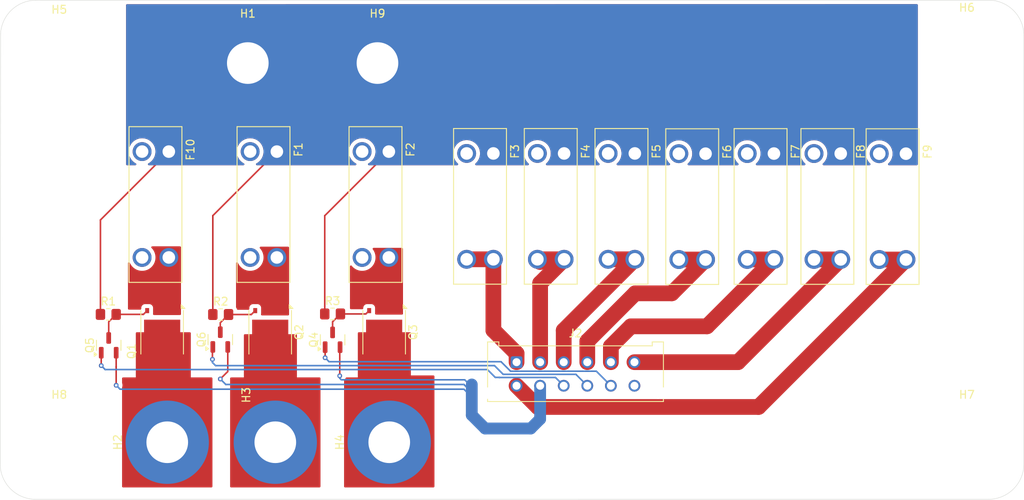
<source format=kicad_pcb>
(kicad_pcb (version 20241229) (generator "pcbnew") (generator_version "9.0")
  (layers (0 "F.Cu" signal) (2 "B.Cu" signal) (13 "F.Paste" user) (15 "B.Paste" user) (5 "F.SilkS" user "F.Silkscreen") (7 "B.SilkS" user "B.Silkscreen") (1 "F.Mask" user) (3 "B.Mask" user) (25 "Edge.Cuts" user))
  (net 0 "")
  (net 1 "HC_3")
  (net 2 "HC_2")
  (net 3 "HC_1")
  (net 4 "LC_7")
  (net 5 "LC_6")
  (net 6 "LC_5")
  (net 7 "LC_4")
  (net 8 "LC_3")
  (net 9 "LC_2")
  (net 10 "LC_1")
  (net 11 "/12V+")
  (net 12 "/S3")
  (net 13 "HC_2_pwm")
  (net 14 "/S2")
  (net 15 "/S1")
  (net 16 "HC_3_pwm")
  (net 18 "HC_1_pwm")
  (net 19 "GND")
  (net 20 "Net-(Q1-G)")
  (net 21 "Net-(Q2-G)")
  (net 22 "Net-(Q3-G)")
  (footprint "MountingHole:MountingHole_5.3mm_M5" (layer "F.Cu") (at 159 42.75)
    (property "Reference" "H6" (at 0 -6.3 0) (layer "F.SilkS"))
    (property "Value" "MountingHole")
    (pad "" np_thru_hole circle (at 0 0) (size 5.3 5.3) (drill 5.3) (layers "*.Cu" "*.Mask"))
  )
  (footprint "Library:FUSE_3557-2" (layer "F.Cu") (at 106.05 61.735 -90)
    (property "Reference" "F4" (at -6.985 -4.445 90) (layer "F.SilkS"))
    (property "Value" "3557-2")
    (fp_line (start -9.905 3.365) (end 9.905 3.365) (stroke (width 0.127)) (layer "F.SilkS"))
    (fp_line (start 9.905 3.365) (end 9.905 -3.365) (stroke (width 0.127)) (layer "F.SilkS"))
    (fp_line (start -9.905 -3.365) (end -9.905 3.365) (stroke (width 0.127)) (layer "F.SilkS"))
    (fp_line (start 9.905 -3.365) (end -9.905 -3.365) (stroke (width 0.127)) (layer "F.SilkS"))
    (pad "1_1" thru_hole circle (at -6.735 -1.7 270) (size 2.4 2.4) (drill 1.6) (layers "*.Cu" "*.Mask") (net 11 "/12V+"))
    (pad "1_2" thru_hole circle (at -6.735 1.7 270) (size 2.4 2.4) (drill 1.6) (layers "*.Cu" "*.Mask"))
    (pad "2_1" thru_hole circle (at 6.735 -1.7 270) (size 2.4 2.4) (drill 1.6) (layers "*.Cu" "*.Mask") (net 9 "LC_2"))
    (pad "2_2" thru_hole circle (at 6.735 1.7 270) (size 2.4 2.4) (drill 1.6) (layers "*.Cu" "*.Mask"))
  )
  (footprint "Connector_Molex:Molex_Micro-Fit_3.0_43045-1212_2x06_P3.00mm_Vertical" (layer "F.Cu") (at 101.7 81.56)
    (property "Reference" "J2" (at 7.5 -3.67 0) (layer "F.SilkS"))
    (property "Value" "0430451212")
    (fp_line (start -3.685 -2.58) (end -2.265 -2.58) (stroke (width 0.12)) (layer "F.SilkS"))
    (fp_line (start -3.685 3.17) (end -3.685 -2.58) (stroke (width 0.12)) (layer "F.SilkS"))
    (fp_line (start -3.685 4.71) (end -3.685 5.01) (stroke (width 0.12)) (layer "F.SilkS"))
    (fp_line (start -3.685 5.01) (end 18.685 5.01) (stroke (width 0.12)) (layer "F.SilkS"))
    (fp_line (start -2.265 -2.58) (end -2.265 -2.08) (stroke (width 0.12)) (layer "F.SilkS"))
    (fp_line (start -2.265 -2.08) (end 17.265 -2.08) (stroke (width 0.12)) (layer "F.SilkS"))
    (fp_line (start 17.265 -2.58) (end 18.685 -2.58) (stroke (width 0.12)) (layer "F.SilkS"))
    (fp_line (start 17.265 -2.08) (end 17.265 -2.58) (stroke (width 0.12)) (layer "F.SilkS"))
    (fp_line (start 18.685 -2.58) (end 18.685 3.17) (stroke (width 0.12)) (layer "F.SilkS"))
    (fp_line (start 18.685 5.01) (end 18.685 4.71) (stroke (width 0.12)) (layer "F.SilkS"))
    (pad "" np_thru_hole circle (at -3 3.94) (size 1.02 1.02) (drill 1.02) (layers "*.Cu" "*.Mask"))
    (pad "" np_thru_hole circle (at 18 3.94) (size 1.02 1.02) (drill 1.02) (layers "*.Cu" "*.Mask"))
    (pad "1" thru_hole roundrect (at 0 0) (size 1.5 1.5) (drill 1.02) (layers "*.Cu" "*.Mask") (roundrect_rratio 0.166667) (net 10 "LC_1"))
    (pad "2" thru_hole circle (at 3 0) (size 1.5 1.5) (drill 1.02) (layers "*.Cu" "*.Mask") (net 9 "LC_2"))
    (pad "3" thru_hole circle (at 6 0) (size 1.5 1.5) (drill 1.02) (layers "*.Cu" "*.Mask") (net 8 "LC_3"))
    (pad "4" thru_hole circle (at 9 0) (size 1.5 1.5) (drill 1.02) (layers "*.Cu" "*.Mask") (net 7 "LC_4"))
    (pad "5" thru_hole circle (at 12 0) (size 1.5 1.5) (drill 1.02) (layers "*.Cu" "*.Mask") (net 6 "LC_5"))
    (pad "6" thru_hole circle (at 15 0) (size 1.5 1.5) (drill 1.02) (layers "*.Cu" "*.Mask") (net 5 "LC_6"))
    (pad "7" thru_hole circle (at 0 3) (size 1.5 1.5) (drill 1.02) (layers "*.Cu" "*.Mask") (net 4 "LC_7"))
    (pad "8" thru_hole circle (at 3 3) (size 1.5 1.5) (drill 1.02) (layers "*.Cu" "*.Mask") (net 19 "GND"))
    (pad "9" thru_hole circle (at 6 3) (size 1.5 1.5) (drill 1.02) (layers "*.Cu" "*.Mask") (net 18 "HC_1_pwm"))
    (pad "10" thru_hole circle (at 9 3) (size 1.5 1.5) (drill 1.02) (layers "*.Cu" "*.Mask") (net 13 "HC_2_pwm"))
    (pad "11" thru_hole circle (at 12 3) (size 1.5 1.5) (drill 1.02) (layers "*.Cu" "*.Mask") (net 16 "HC_3_pwm"))
    (pad "12" thru_hole circle (at 15 3) (size 1.5 1.5) (drill 1.02) (layers "*.Cu" "*.Mask"))
  )
  (footprint "Library:FUSE_3557-2" (layer "F.Cu") (at 69.5 61.5 -90)
    (property "Reference" "F1" (at -6.985 -4.445 90) (layer "F.SilkS"))
    (property "Value" "3557-2")
    (fp_line (start -9.905 3.365) (end 9.905 3.365) (stroke (width 0.127)) (layer "F.SilkS"))
    (fp_line (start 9.905 3.365) (end 9.905 -3.365) (stroke (width 0.127)) (layer "F.SilkS"))
    (fp_line (start -9.905 -3.365) (end -9.905 3.365) (stroke (width 0.127)) (layer "F.SilkS"))
    (fp_line (start 9.905 -3.365) (end -9.905 -3.365) (stroke (width 0.127)) (layer "F.SilkS"))
    (pad "1_1" thru_hole circle (at -6.735 -1.7 270) (size 2.4 2.4) (drill 1.6) (layers "*.Cu" "*.Mask") (net 11 "/12V+"))
    (pad "1_2" thru_hole circle (at -6.735 1.7 270) (size 2.4 2.4) (drill 1.6) (layers "*.Cu" "*.Mask"))
    (pad "2_1" thru_hole circle (at 6.735 -1.7 270) (size 2.4 2.4) (drill 1.6) (layers "*.Cu" "*.Mask") (net 14 "/S2"))
    (pad "2_2" thru_hole circle (at 6.735 1.7 270) (size 2.4 2.4) (drill 1.6) (layers "*.Cu" "*.Mask"))
  )
  (footprint "Resistor_SMD:R_0805_2012Metric_Pad1.20x1.40mm_HandSolder" (layer "F.Cu") (at 64.05 75.495)
    (property "Reference" "R2" (at 0 -1.65 0) (layer "F.SilkS"))
    (property "Value" "10k")
    (fp_line (start -0.227064 -0.735) (end 0.227064 -0.735) (stroke (width 0.12)) (layer "F.SilkS"))
    (fp_line (start -0.227064 0.735) (end 0.227064 0.735) (stroke (width 0.12)) (layer "F.SilkS"))
    (pad "1" smd roundrect (at -1 0) (size 1.2 1.4) (layers "F.Cu" "F.Mask" "F.Paste") (roundrect_rratio 0.208333) (net 11 "/12V+"))
    (pad "2" smd roundrect (at 1 0) (size 1.2 1.4) (layers "F.Cu" "F.Mask" "F.Paste") (roundrect_rratio 0.208333) (net 21 "Net-(Q2-G)"))
  )
  (footprint "Resistor_SMD:R_0805_2012Metric_Pad1.20x1.40mm_HandSolder" (layer "F.Cu") (at 78.29 75.425)
    (property "Reference" "R3" (at 0 -1.65 0) (layer "F.SilkS"))
    (property "Value" "10k")
    (fp_line (start -0.227064 -0.735) (end 0.227064 -0.735) (stroke (width 0.12)) (layer "F.SilkS"))
    (fp_line (start -0.227064 0.735) (end 0.227064 0.735) (stroke (width 0.12)) (layer "F.SilkS"))
    (pad "1" smd roundrect (at -1 0) (size 1.2 1.4) (layers "F.Cu" "F.Mask" "F.Paste") (roundrect_rratio 0.208333) (net 11 "/12V+"))
    (pad "2" smd roundrect (at 1 0) (size 1.2 1.4) (layers "F.Cu" "F.Mask" "F.Paste") (roundrect_rratio 0.208333) (net 22 "Net-(Q3-G)"))
  )
  (footprint "Library:FUSE_3557-2" (layer "F.Cu") (at 97.05 61.735 -90)
    (property "Reference" "F3" (at -6.985 -4.445 90) (layer "F.SilkS"))
    (property "Value" "3557-2")
    (fp_line (start -9.905 3.365) (end 9.905 3.365) (stroke (width 0.127)) (layer "F.SilkS"))
    (fp_line (start 9.905 3.365) (end 9.905 -3.365) (stroke (width 0.127)) (layer "F.SilkS"))
    (fp_line (start -9.905 -3.365) (end -9.905 3.365) (stroke (width 0.127)) (layer "F.SilkS"))
    (fp_line (start 9.905 -3.365) (end -9.905 -3.365) (stroke (width 0.127)) (layer "F.SilkS"))
    (pad "1_1" thru_hole circle (at -6.735 -1.7 270) (size 2.4 2.4) (drill 1.6) (layers "*.Cu" "*.Mask") (net 11 "/12V+"))
    (pad "1_2" thru_hole circle (at -6.735 1.7 270) (size 2.4 2.4) (drill 1.6) (layers "*.Cu" "*.Mask"))
    (pad "2_1" thru_hole circle (at 6.735 -1.7 270) (size 2.4 2.4) (drill 1.6) (layers "*.Cu" "*.Mask") (net 10 "LC_1"))
    (pad "2_2" thru_hole circle (at 6.735 1.7 270) (size 2.4 2.4) (drill 1.6) (layers "*.Cu" "*.Mask"))
  )
  (footprint "MountingHole:MountingHole_5.3mm_M5" (layer "F.Cu") (at 159 92)
    (property "Reference" "H7" (at 0 -6.3 0) (layer "F.SilkS"))
    (property "Value" "MountingHole")
    (pad "" np_thru_hole circle (at 0 0) (size 5.3 5.3) (drill 5.3) (layers "*.Cu" "*.Mask"))
  )
  (footprint "Library:FUSE_3557-2" (layer "F.Cu") (at 115.05 61.735 -90)
    (property "Reference" "F5" (at -6.985 -4.445 90) (layer "F.SilkS"))
    (property "Value" "3557-2")
    (fp_line (start -9.905 3.365) (end 9.905 3.365) (stroke (width 0.127)) (layer "F.SilkS"))
    (fp_line (start 9.905 3.365) (end 9.905 -3.365) (stroke (width 0.127)) (layer "F.SilkS"))
    (fp_line (start -9.905 -3.365) (end -9.905 3.365) (stroke (width 0.127)) (layer "F.SilkS"))
    (fp_line (start 9.905 -3.365) (end -9.905 -3.365) (stroke (width 0.127)) (layer "F.SilkS"))
    (pad "1_1" thru_hole circle (at -6.735 -1.7 270) (size 2.4 2.4) (drill 1.6) (layers "*.Cu" "*.Mask") (net 11 "/12V+"))
    (pad "1_2" thru_hole circle (at -6.735 1.7 270) (size 2.4 2.4) (drill 1.6) (layers "*.Cu" "*.Mask"))
    (pad "2_1" thru_hole circle (at 6.735 -1.7 270) (size 2.4 2.4) (drill 1.6) (layers "*.Cu" "*.Mask") (net 8 "LC_3"))
    (pad "2_2" thru_hole circle (at 6.735 1.7 270) (size 2.4 2.4) (drill 1.6) (layers "*.Cu" "*.Mask"))
  )
  (footprint "MountingHole:MountingHole_5.3mm_M5" (layer "F.Cu") (at 43.5 92)
    (property "Reference" "H8" (at 0 -6.3 0) (layer "F.SilkS"))
    (property "Value" "MountingHole")
    (pad "" np_thru_hole circle (at 0 0) (size 5.3 5.3) (drill 5.3) (layers "*.Cu" "*.Mask"))
  )
  (footprint "MountingHole:MountingHole_5.3mm_M5" (layer "F.Cu") (at 43.5 43)
    (property "Reference" "H5" (at 0 -6.3 0) (layer "F.SilkS"))
    (property "Value" "MountingHole")
    (pad "" np_thru_hole circle (at 0 0) (size 5.3 5.3) (drill 5.3) (layers "*.Cu" "*.Mask"))
  )
  (footprint "MountingHole:MountingHole_5.3mm_M5_Pad" (layer "F.Cu") (at 85.5 91.75 90)
    (property "Reference" "H4" (at 0 -6.3 90) (layer "F.SilkS"))
    (property "Value" "MountingHole_Pad")
    (pad "1" thru_hole circle (at 0 0 90) (size 10.6 10.6) (drill 5.3) (layers "*.Cu" "*.Mask") (net 1 "HC_3"))
  )
  (footprint "Library:FUSE_3557-2" (layer "F.Cu") (at 141.25 61.75 -90)
    (property "Reference" "F8" (at -6.985 -4.25 90) (layer "F.SilkS"))
    (property "Value" "3557-2")
    (fp_line (start -9.905 3.365) (end 9.905 3.365) (stroke (width 0.127)) (layer "F.SilkS"))
    (fp_line (start 9.905 3.365) (end 9.905 -3.365) (stroke (width 0.127)) (layer "F.SilkS"))
    (fp_line (start -9.905 -3.365) (end -9.905 3.365) (stroke (width 0.127)) (layer "F.SilkS"))
    (fp_line (start 9.905 -3.365) (end -9.905 -3.365) (stroke (width 0.127)) (layer "F.SilkS"))
    (pad "1_1" thru_hole circle (at -6.735 -1.7 270) (size 2.4 2.4) (drill 1.6) (layers "*.Cu" "*.Mask") (net 11 "/12V+"))
    (pad "1_2" thru_hole circle (at -6.735 1.7 270) (size 2.4 2.4) (drill 1.6) (layers "*.Cu" "*.Mask"))
    (pad "2_1" thru_hole circle (at 6.735 -1.7 270) (size 2.4 2.4) (drill 1.6) (layers "*.Cu" "*.Mask") (net 5 "LC_6"))
    (pad "2_2" thru_hole circle (at 6.735 1.7 270) (size 2.4 2.4) (drill 1.6) (layers "*.Cu" "*.Mask"))
  )
  (footprint "MountingHole:MountingHole_5.3mm_M5_Pad" (layer "F.Cu") (at 57.25 91.75 90)
    (property "Reference" "H2" (at 0 -6.3 90) (layer "F.SilkS"))
    (property "Value" "MountingHole_Pad")
    (pad "1" thru_hole circle (at 0 0 90) (size 10.6 10.6) (drill 5.3) (layers "*.Cu" "*.Mask") (net 3 "HC_1"))
  )
  (footprint "Library:FUSE_3557-2" (layer "F.Cu") (at 124.05 61.765 -90)
    (property "Reference" "F6" (at -6.985 -4.445 90) (layer "F.SilkS"))
    (property "Value" "3557-2")
    (fp_line (start -9.905 3.365) (end 9.905 3.365) (stroke (width 0.127)) (layer "F.SilkS"))
    (fp_line (start 9.905 3.365) (end 9.905 -3.365) (stroke (width 0.127)) (layer "F.SilkS"))
    (fp_line (start -9.905 -3.365) (end -9.905 3.365) (stroke (width 0.127)) (layer "F.SilkS"))
    (fp_line (start 9.905 -3.365) (end -9.905 -3.365) (stroke (width 0.127)) (layer "F.SilkS"))
    (pad "1_1" thru_hole circle (at -6.735 -1.7 270) (size 2.4 2.4) (drill 1.6) (layers "*.Cu" "*.Mask") (net 11 "/12V+"))
    (pad "1_2" thru_hole circle (at -6.735 1.7 270) (size 2.4 2.4) (drill 1.6) (layers "*.Cu" "*.Mask"))
    (pad "2_1" thru_hole circle (at 6.735 -1.7 270) (size 2.4 2.4) (drill 1.6) (layers "*.Cu" "*.Mask") (net 7 "LC_4"))
    (pad "2_2" thru_hole circle (at 6.735 1.7 270) (size 2.4 2.4) (drill 1.6) (layers "*.Cu" "*.Mask"))
  )
  (footprint "Library:FUSE_3557-2" (layer "F.Cu") (at 149.55 61.765 -90)
    (property "Reference" "F9" (at -6.985 -4.445 90) (layer "F.SilkS"))
    (property "Value" "3557-2")
    (fp_line (start -9.905 3.365) (end 9.905 3.365) (stroke (width 0.127)) (layer "F.SilkS"))
    (fp_line (start 9.905 3.365) (end 9.905 -3.365) (stroke (width 0.127)) (layer "F.SilkS"))
    (fp_line (start -9.905 -3.365) (end -9.905 3.365) (stroke (width 0.127)) (layer "F.SilkS"))
    (fp_line (start 9.905 -3.365) (end -9.905 -3.365) (stroke (width 0.127)) (layer "F.SilkS"))
    (pad "1_1" thru_hole circle (at -6.735 -1.7 270) (size 2.4 2.4) (drill 1.6) (layers "*.Cu" "*.Mask") (net 11 "/12V+"))
    (pad "1_2" thru_hole circle (at -6.735 1.7 270) (size 2.4 2.4) (drill 1.6) (layers "*.Cu" "*.Mask"))
    (pad "2_1" thru_hole circle (at 6.735 -1.7 270) (size 2.4 2.4) (drill 1.6) (layers "*.Cu" "*.Mask") (net 4 "LC_7"))
    (pad "2_2" thru_hole circle (at 6.735 1.7 270) (size 2.4 2.4) (drill 1.6) (layers "*.Cu" "*.Mask"))
  )
  (footprint "Resistor_SMD:R_0805_2012Metric_Pad1.20x1.40mm_HandSolder" (layer "F.Cu") (at 49.75 75.48)
    (property "Reference" "R1" (at 0 -1.65 0) (layer "F.SilkS"))
    (property "Value" "10k")
    (fp_line (start -0.227064 -0.735) (end 0.227064 -0.735) (stroke (width 0.12)) (layer "F.SilkS"))
    (fp_line (start -0.227064 0.735) (end 0.227064 0.735) (stroke (width 0.12)) (layer "F.SilkS"))
    (pad "1" smd roundrect (at -1 0) (size 1.2 1.4) (layers "F.Cu" "F.Mask" "F.Paste") (roundrect_rratio 0.208333) (net 11 "/12V+"))
    (pad "2" smd roundrect (at 1 0) (size 1.2 1.4) (layers "F.Cu" "F.Mask" "F.Paste") (roundrect_rratio 0.208333) (net 20 "Net-(Q1-G)"))
  )
  (footprint "Package_DFN_QFN:AO_DFN-8-1EP_5.55x5.2mm_P1.27mm_EP4.12x4.6mm" (layer "F.Cu") (at 70.35 77.75 -90)
    (property "Reference" "Q2" (at 0 -3.68 90) (layer "F.SilkS"))
    (property "Value" "AON6411")
    (fp_line (start -2.775 2.71) (end 2.775 2.71) (stroke (width 0.12)) (layer "F.SilkS"))
    (fp_line (start -2.775 -2.71) (end 2.775 -2.71) (stroke (width 0.12)) (layer "F.SilkS"))
    (fp_poly (pts (xy -3.02 -2.42) (xy -3.5 -2.42) (xy -3.02 -2.9) (xy -3.02 -2.42)) (stroke (width 0.12)) (fill yes) (layer "F.SilkS"))
    (pad "1" smd rect (at -2.75 -1.905 180) (size 0.5 0.65) (layers "F.Cu" "F.Mask" "F.Paste") (net 14 "/S2"))
    (pad "2" smd rect (at -2.75 -0.635 180) (size 0.5 0.65) (layers "F.Cu" "F.Mask" "F.Paste") (net 14 "/S2"))
    (pad "3" smd rect (at -2.75 0.635 180) (size 0.5 0.65) (layers "F.Cu" "F.Mask" "F.Paste") (net 14 "/S2"))
    (pad "4" smd rect (at -2.75 1.905 180) (size 0.5 0.65) (layers "F.Cu" "F.Mask" "F.Paste") (net 21 "Net-(Q2-G)"))
    (pad "5" smd rect (at 0.465 0 180) (size 4.6 4.12) (layers "F.Cu" "F.Mask") (net 2 "HC_2"))
    (pad "5" smd rect (at 2.8 -1.905 180) (size 0.5 0.55) (layers "F.Cu" "F.Mask" "F.Paste") (net 2 "HC_2"))
    (pad "5" smd rect (at 2.8 -0.635 180) (size 0.5 0.55) (layers "F.Cu" "F.Mask" "F.Paste") (net 2 "HC_2"))
    (pad "5" smd rect (at 2.8 0.635 180) (size 0.5 0.55) (layers "F.Cu" "F.Mask" "F.Paste") (net 2 "HC_2"))
    (pad "5" smd rect (at 2.8 1.905 180) (size 0.5 0.55) (layers "F.Cu" "F.Mask" "F.Paste") (net 2 "HC_2"))
  )
  (footprint "MountingHole:MountingHole_5.3mm_M5_Pad" (layer "F.Cu") (at 84 43.5)
    (property "Reference" "H9" (at 0 -6.3 0) (layer "F.SilkS"))
    (property "Value" "MountingHole_Pad")
    (pad "1" thru_hole circle (at 0 0) (size 10.6 10.6) (drill 5.3) (layers "*.Cu" "*.Mask") (net 11 "/12V+"))
  )
  (footprint "Package_DFN_QFN:AO_DFN-8-1EP_5.55x5.2mm_P1.27mm_EP4.12x4.6mm" (layer "F.Cu") (at 84.85 77.75 -90)
    (property "Reference" "Q3" (at 0 -3.68 90) (layer "F.SilkS"))
    (property "Value" "AON6411")
    (fp_line (start -2.775 2.71) (end 2.775 2.71) (stroke (width 0.12)) (layer "F.SilkS"))
    (fp_line (start -2.775 -2.71) (end 2.775 -2.71) (stroke (width 0.12)) (layer "F.SilkS"))
    (fp_poly (pts (xy -3.02 -2.42) (xy -3.5 -2.42) (xy -3.02 -2.9) (xy -3.02 -2.42)) (stroke (width 0.12)) (fill yes) (layer "F.SilkS"))
    (pad "1" smd rect (at -2.75 -1.905 180) (size 0.5 0.65) (layers "F.Cu" "F.Mask" "F.Paste") (net 12 "/S3"))
    (pad "2" smd rect (at -2.75 -0.635 180) (size 0.5 0.65) (layers "F.Cu" "F.Mask" "F.Paste") (net 12 "/S3"))
    (pad "3" smd rect (at -2.75 0.635 180) (size 0.5 0.65) (layers "F.Cu" "F.Mask" "F.Paste") (net 12 "/S3"))
    (pad "4" smd rect (at -2.75 1.905 180) (size 0.5 0.65) (layers "F.Cu" "F.Mask" "F.Paste") (net 22 "Net-(Q3-G)"))
    (pad "5" smd rect (at 0.465 0 180) (size 4.6 4.12) (layers "F.Cu" "F.Mask") (net 1 "HC_3"))
    (pad "5" smd rect (at 2.8 -1.905 180) (size 0.5 0.55) (layers "F.Cu" "F.Mask" "F.Paste") (net 1 "HC_3"))
    (pad "5" smd rect (at 2.8 -0.635 180) (size 0.5 0.55) (layers "F.Cu" "F.Mask" "F.Paste") (net 1 "HC_3"))
    (pad "5" smd rect (at 2.8 0.635 180) (size 0.5 0.55) (layers "F.Cu" "F.Mask" "F.Paste") (net 1 "HC_3"))
    (pad "5" smd rect (at 2.8 1.905 180) (size 0.5 0.55) (layers "F.Cu" "F.Mask" "F.Paste") (net 1 "HC_3"))
  )
  (footprint "MountingHole:MountingHole_5.3mm_M5_Pad" (layer "F.Cu") (at 67.5 43.5)
    (property "Reference" "H1" (at 0 -6.3 0) (layer "F.SilkS"))
    (property "Value" "MountingHole_Pad")
    (pad "1" thru_hole circle (at 0 0) (size 10.6 10.6) (drill 5.3) (layers "*.Cu" "*.Mask") (net 11 "/12V+"))
  )
  (footprint "Package_DFN_QFN:AO_DFN-8-1EP_5.55x5.2mm_P1.27mm_EP4.12x4.6mm" (layer "F.Cu") (at 56.6 77.75 -90)
    (property "Reference" "Q1" (at 2.42 3.88 270) (layer "F.SilkS"))
    (property "Value" "AON6411")
    (fp_line (start -2.775 2.71) (end 2.775 2.71) (stroke (width 0.12)) (layer "F.SilkS"))
    (fp_line (start -2.775 -2.71) (end 2.775 -2.71) (stroke (width 0.12)) (layer "F.SilkS"))
    (fp_poly (pts (xy -3.02 -2.42) (xy -3.5 -2.42) (xy -3.02 -2.9) (xy -3.02 -2.42)) (stroke (width 0.12)) (fill yes) (layer "F.SilkS"))
    (pad "1" smd rect (at -2.75 -1.905 180) (size 0.5 0.65) (layers "F.Cu" "F.Mask" "F.Paste") (net 15 "/S1"))
    (pad "2" smd rect (at -2.75 -0.635 180) (size 0.5 0.65) (layers "F.Cu" "F.Mask" "F.Paste") (net 15 "/S1"))
    (pad "3" smd rect (at -2.75 0.635 180) (size 0.5 0.65) (layers "F.Cu" "F.Mask" "F.Paste") (net 15 "/S1"))
    (pad "4" smd rect (at -2.75 1.905 180) (size 0.5 0.65) (layers "F.Cu" "F.Mask" "F.Paste") (net 20 "Net-(Q1-G)"))
    (pad "5" smd rect (at 0.465 0 180) (size 4.6 4.12) (layers "F.Cu" "F.Mask") (net 3 "HC_1"))
    (pad "5" smd rect (at 2.8 -1.905 180) (size 0.5 0.55) (layers "F.Cu" "F.Mask" "F.Paste") (net 3 "HC_1"))
    (pad "5" smd rect (at 2.8 -0.635 180) (size 0.5 0.55) (layers "F.Cu" "F.Mask" "F.Paste") (net 3 "HC_1"))
    (pad "5" smd rect (at 2.8 0.635 180) (size 0.5 0.55) (layers "F.Cu" "F.Mask" "F.Paste") (net 3 "HC_1"))
    (pad "5" smd rect (at 2.8 1.905 180) (size 0.5 0.55) (layers "F.Cu" "F.Mask" "F.Paste") (net 3 "HC_1"))
  )
  (footprint "MountingHole:MountingHole_5.3mm_M5_Pad" (layer "F.Cu") (at 71 91.75 90)
    (property "Reference" "H3" (at 6 -3.7 90) (layer "F.SilkS"))
    (property "Value" "MountingHole_Pad")
    (pad "1" thru_hole circle (at 0 0 90) (size 10.6 10.6) (drill 5.3) (layers "*.Cu" "*.Mask") (net 2 "HC_2"))
  )
  (footprint "Library:FUSE_3557-2" (layer "F.Cu") (at 83.75 61.5 -90)
    (property "Reference" "F2" (at -6.985 -4.445 90) (layer "F.SilkS"))
    (property "Value" "3557-2")
    (fp_line (start -9.905 3.365) (end 9.905 3.365) (stroke (width 0.127)) (layer "F.SilkS"))
    (fp_line (start 9.905 3.365) (end 9.905 -3.365) (stroke (width 0.127)) (layer "F.SilkS"))
    (fp_line (start -9.905 -3.365) (end -9.905 3.365) (stroke (width 0.127)) (layer "F.SilkS"))
    (fp_line (start 9.905 -3.365) (end -9.905 -3.365) (stroke (width 0.127)) (layer "F.SilkS"))
    (pad "1_1" thru_hole circle (at -6.735 -1.7 270) (size 2.4 2.4) (drill 1.6) (layers "*.Cu" "*.Mask") (net 11 "/12V+"))
    (pad "1_2" thru_hole circle (at -6.735 1.7 270) (size 2.4 2.4) (drill 1.6) (layers "*.Cu" "*.Mask"))
    (pad "2_1" thru_hole circle (at 6.735 -1.7 270) (size 2.4 2.4) (drill 1.6) (layers "*.Cu" "*.Mask") (net 12 "/S3"))
    (pad "2_2" thru_hole circle (at 6.735 1.7 270) (size 2.4 2.4) (drill 1.6) (layers "*.Cu" "*.Mask"))
  )
  (footprint "Package_TO_SOT_SMD:SOT-23" (layer "F.Cu") (at 64 78.6825 90)
    (property "Reference" "Q6" (at 0 -2.4 90) (layer "F.SilkS"))
    (property "Value" "DMN2056U")
    (fp_line (start 0 -1.56) (end 0.65 -1.56) (stroke (width 0.12)) (layer "F.SilkS"))
    (fp_line (start 0 -1.56) (end -0.65 -1.56) (stroke (width 0.12)) (layer "F.SilkS"))
    (fp_line (start 0 1.56) (end 0.65 1.56) (stroke (width 0.12)) (layer "F.SilkS"))
    (fp_line (start 0 1.56) (end -0.65 1.56) (stroke (width 0.12)) (layer "F.SilkS"))
    (fp_poly (pts (xy -1.1625 -1.51) (xy -1.4025 -1.84) (xy -0.9225 -1.84) (xy -1.1625 -1.51)) (stroke (width 0.12)) (fill yes) (layer "F.SilkS"))
    (pad "1" smd roundrect (at -0.9375 -0.95 90) (size 1.475 0.6) (layers "F.Cu" "F.Mask" "F.Paste") (net 13 "HC_2_pwm"))
    (pad "2" smd roundrect (at -0.9375 0.95 90) (size 1.475 0.6) (layers "F.Cu" "F.Mask" "F.Paste") (net 19 "GND"))
    (pad "3" smd roundrect (at 0.9375 0 90) (size 1.475 0.6) (layers "F.Cu" "F.Mask" "F.Paste") (net 21 "Net-(Q2-G)"))
  )
  (footprint "Library:FUSE_3557-2" (layer "F.Cu") (at 55.75 61.5 -90)
    (property "Reference" "F10" (at -6.985 -4.445 90) (layer "F.SilkS"))
    (property "Value" "3557-2")
    (fp_line (start -9.905 3.365) (end 9.905 3.365) (stroke (width 0.127)) (layer "F.SilkS"))
    (fp_line (start 9.905 3.365) (end 9.905 -3.365) (stroke (width 0.127)) (layer "F.SilkS"))
    (fp_line (start -9.905 -3.365) (end -9.905 3.365) (stroke (width 0.127)) (layer "F.SilkS"))
    (fp_line (start 9.905 -3.365) (end -9.905 -3.365) (stroke (width 0.127)) (layer "F.SilkS"))
    (pad "1_1" thru_hole circle (at -6.735 -1.7 270) (size 2.4 2.4) (drill 1.6) (layers "*.Cu" "*.Mask") (net 11 "/12V+"))
    (pad "1_2" thru_hole circle (at -6.735 1.7 270) (size 2.4 2.4) (drill 1.6) (layers "*.Cu" "*.Mask"))
    (pad "2_1" thru_hole circle (at 6.735 -1.7 270) (size 2.4 2.4) (drill 1.6) (layers "*.Cu" "*.Mask") (net 15 "/S1"))
    (pad "2_2" thru_hole circle (at 6.735 1.7 270) (size 2.4 2.4) (drill 1.6) (layers "*.Cu" "*.Mask"))
  )
  (footprint "Package_TO_SOT_SMD:SOT-23" (layer "F.Cu") (at 49.8 79.4175 90)
    (property "Reference" "Q5" (at 0 -2.4 90) (layer "F.SilkS"))
    (property "Value" "DMN2056U")
    (fp_line (start 0 -1.56) (end 0.65 -1.56) (stroke (width 0.12)) (layer "F.SilkS"))
    (fp_line (start 0 -1.56) (end -0.65 -1.56) (stroke (width 0.12)) (layer "F.SilkS"))
    (fp_line (start 0 1.56) (end 0.65 1.56) (stroke (width 0.12)) (layer "F.SilkS"))
    (fp_line (start 0 1.56) (end -0.65 1.56) (stroke (width 0.12)) (layer "F.SilkS"))
    (fp_poly (pts (xy -1.1625 -1.51) (xy -1.4025 -1.84) (xy -0.9225 -1.84) (xy -1.1625 -1.51)) (stroke (width 0.12)) (fill yes) (layer "F.SilkS"))
    (pad "1" smd roundrect (at -0.9375 -0.95 90) (size 1.475 0.6) (layers "F.Cu" "F.Mask" "F.Paste") (net 18 "HC_1_pwm"))
    (pad "2" smd roundrect (at -0.9375 0.95 90) (size 1.475 0.6) (layers "F.Cu" "F.Mask" "F.Paste") (net 19 "GND"))
    (pad "3" smd roundrect (at 0.9375 0 90) (size 1.475 0.6) (layers "F.Cu" "F.Mask" "F.Paste") (net 20 "Net-(Q1-G)"))
  )
  (footprint "Library:FUSE_3557-2" (layer "F.Cu") (at 132.75 61.75 -90)
    (property "Reference" "F7" (at -6.985 -4.445 90) (layer "F.SilkS"))
    (property "Value" "3557-2")
    (fp_line (start -9.905 3.365) (end 9.905 3.365) (stroke (width 0.127)) (layer "F.SilkS"))
    (fp_line (start 9.905 3.365) (end 9.905 -3.365) (stroke (width 0.127)) (layer "F.SilkS"))
    (fp_line (start -9.905 -3.365) (end -9.905 3.365) (stroke (width 0.127)) (layer "F.SilkS"))
    (fp_line (start 9.905 -3.365) (end -9.905 -3.365) (stroke (width 0.127)) (layer "F.SilkS"))
    (pad "1_1" thru_hole circle (at -6.735 -1.7 270) (size 2.4 2.4) (drill 1.6) (layers "*.Cu" "*.Mask") (net 11 "/12V+"))
    (pad "1_2" thru_hole circle (at -6.735 1.7 270) (size 2.4 2.4) (drill 1.6) (layers "*.Cu" "*.Mask"))
    (pad "2_1" thru_hole circle (at 6.735 -1.7 270) (size 2.4 2.4) (drill 1.6) (layers "*.Cu" "*.Mask") (net 6 "LC_5"))
    (pad "2_2" thru_hole circle (at 6.735 1.7 270) (size 2.4 2.4) (drill 1.6) (layers "*.Cu" "*.Mask"))
  )
  (footprint "Package_TO_SOT_SMD:SOT-23" (layer "F.Cu") (at 78.29 78.7125 90)
    (property "Reference" "Q4" (at 0 -2.4 90) (layer "F.SilkS"))
    (property "Value" "DMN2056U")
    (fp_line (start 0 -1.56) (end 0.65 -1.56) (stroke (width 0.12)) (layer "F.SilkS"))
    (fp_line (start 0 -1.56) (end -0.65 -1.56) (stroke (width 0.12)) (layer "F.SilkS"))
    (fp_line (start 0 1.56) (end 0.65 1.56) (stroke (width 0.12)) (layer "F.SilkS"))
    (fp_line (start 0 1.56) (end -0.65 1.56) (stroke (width 0.12)) (layer "F.SilkS"))
    (fp_poly (pts (xy -1.1625 -1.51) (xy -1.4025 -1.84) (xy -0.9225 -1.84) (xy -1.1625 -1.51)) (stroke (width 0.12)) (fill yes) (layer "F.SilkS"))
    (pad "1" smd roundrect (at -0.9375 -0.95 90) (size 1.475 0.6) (layers "F.Cu" "F.Mask" "F.Paste") (net 16 "HC_3_pwm"))
    (pad "2" smd roundrect (at -0.9375 0.95 90) (size 1.475 0.6) (layers "F.Cu" "F.Mask" "F.Paste") (net 19 "GND"))
    (pad "3" smd roundrect (at 0.9375 0 90) (size 1.475 0.6) (layers "F.Cu" "F.Mask" "F.Paste") (net 22 "Net-(Q3-G)"))
  )
  (gr_line (start 166.256939 40) (end 166.25 94.75) (stroke (width 0.05)) (layer "Edge.Cuts"))
  (gr_arc (start 166.25 94.75) (mid 164.847238 97.774083) (end 161.75 99.006939) (stroke (width 0.05)) (layer "Edge.Cuts"))
  (gr_arc (start 40.25 99) (mid 37.225917 97.597238) (end 35.993061 94.5) (stroke (width 0.05)) (layer "Edge.Cuts"))
  (gr_arc (start 162 35.5) (mid 165.024083 36.902762) (end 166.256939 40) (stroke (width 0.05)) (layer "Edge.Cuts"))
  (gr_arc (start 36.043061 39.765) (mid 37.44582 36.740903) (end 40.543061 35.508061) (stroke (width 0.05)) (layer "Edge.Cuts"))
  (gr_line (start 40.55 35.515) (end 162 35.5) (stroke (width 0.05)) (layer "Edge.Cuts"))
  (gr_line (start 40.25 99) (end 161.75 99.006939) (stroke (width 0.05)) (layer "Edge.Cuts"))
  (gr_line (start 36.043061 39.765) (end 35.993061 94.5) (stroke (width 0.05)) (layer "Edge.Cuts"))
  (segment (start 132.49 87.26) (end 151.25 68.5) (width 2) (layer "F.Cu") (net 4))
  (segment (start 101.7 84.56) (end 104.4 87.26) (width 2) (layer "F.Cu") (net 4))
  (segment (start 147.85 68.5) (end 151.25 68.5) (width 2) (layer "F.Cu") (net 4))
  (segment (start 104.4 87.26) (end 132.49 87.26) (width 2) (layer "F.Cu") (net 4))
  (segment (start 116.7 81.56) (end 129.875 81.56) (width 2) (layer "F.Cu") (net 5))
  (segment (start 139.55 68.485) (end 142.95 68.485) (width 2) (layer "F.Cu") (net 5))
  (segment (start 129.875 81.56) (end 142.95 68.485) (width 2) (layer "F.Cu") (net 5))
  (segment (start 113.7 79.55) (end 116.25 77) (width 2) (layer "F.Cu") (net 6))
  (segment (start 131.05 68.485) (end 134.45 68.485) (width 2) (layer "F.Cu") (net 6))
  (segment (start 116.25 77) (end 125.935 77) (width 2) (layer "F.Cu") (net 6))
  (segment (start 125.935 77) (end 134.45 68.485) (width 2) (layer "F.Cu") (net 6))
  (segment (start 113.7 81.56) (end 113.7 79.55) (width 2) (layer "F.Cu") (net 6))
  (segment (start 110.7 78.9) (end 116.8 72.8) (width 2) (layer "F.Cu") (net 7))
  (segment (start 116.8 72.8) (end 121.45 72.8) (width 2) (layer "F.Cu") (net 7))
  (segment (start 110.7 81.56) (end 110.7 78.9) (width 2) (layer "F.Cu") (net 7))
  (segment (start 122.4 68.5) (end 125.8 68.5) (width 2) (layer "F.Cu") (net 7))
  (segment (start 121.45 72.8) (end 125.75 68.5) (width 2) (layer "F.Cu") (net 7))
  (segment (start 113.35 68.47) (end 116.75 68.47) (width 2) (layer "F.Cu") (net 8))
  (segment (start 107.7 77.52) (end 107.7 81.56) (width 2) (layer "F.Cu") (net 8))
  (segment (start 116.75 68.47) (end 107.7 77.52) (width 2) (layer "F.Cu") (net 8))
  (segment (start 104.7 68.82) (end 104.35 68.47) (width 2) (layer "F.Cu") (net 9))
  (segment (start 104.7 71.52) (end 107.75 68.47) (width 2) (layer "F.Cu") (net 9))
  (segment (start 104.35 68.47) (end 107.75 68.47) (width 2) (layer "F.Cu") (net 9))
  (segment (start 104.7 81.56) (end 104.7 71.52) (width 2) (layer "F.Cu") (net 9))
  (segment (start 101.7 80.45) (end 98.75 77.5) (width 2) (layer "F.Cu") (net 10))
  (segment (start 95.35 68.47) (end 98.75 68.47) (width 2) (layer "F.Cu") (net 10))
  (segment (start 101.7 81.56) (end 101.7 80.45) (width 2) (layer "F.Cu") (net 10))
  (segment (start 98.75 77.5) (end 98.75 68.47) (width 2) (layer "F.Cu") (net 10))
  (segment (start 77.29 75.425) (end 77.3 75.415) (width 0.2) (layer "F.Cu") (net 11))
  (segment (start 63.05 62.915) (end 71.2 54.765) (width 0.2) (layer "F.Cu") (net 11))
  (segment (start 77.29 62.925) (end 85.45 54.765) (width 0.2) (layer "F.Cu") (net 11))
  (segment (start 48.75 63.465) (end 57.45 54.765) (width 0.2) (layer "F.Cu") (net 11))
  (segment (start 48.75 75.48) (end 48.75 63.465) (width 0.2) (layer "F.Cu") (net 11))
  (segment (start 63.05 75.495) (end 63.05 62.915) (width 0.2) (layer "F.Cu") (net 11))
  (segment (start 77.29 75.425) (end 77.29 62.925) (width 0.2) (layer "F.Cu") (net 11))
  (segment (start 63 81.2) (end 63 79.67) (width 0.2) (layer "F.Cu") (net 13))
  (segment (start 63 79.67) (end 63.05 79.62) (width 0.2) (layer "F.Cu") (net 13))
  (via (at 63 81.2) (size 0.6) (drill 0.3) (layers "F.Cu" "B.Cu") (net 13))
  (segment (start 100 83.11) (end 109.25 83.11) (width 0.2) (layer "B.Cu") (net 13))
  (segment (start 109.25 83.11) (end 110.7 84.56) (width 0.2) (layer "B.Cu") (net 13))
  (segment (start 63 81.6) (end 63.4 82) (width 0.2) (layer "B.Cu") (net 13))
  (segment (start 63 81.2) (end 63 81.6) (width 0.2) (layer "B.Cu") (net 13))
  (segment (start 63.4 82) (end 98.89 82) (width 0.2) (layer "B.Cu") (net 13))
  (segment (start 98.89 82) (end 100 83.11) (width 0.2) (layer "B.Cu") (net 13))
  (segment (start 77.34 81) (end 77.34 79.65) (width 0.2) (layer "F.Cu") (net 16))
  (via (at 77.34 81) (size 0.6) (drill 0.3) (layers "F.Cu" "B.Cu") (net 16))
  (segment (start 77.84 81.5) (end 99.723703 81.5) (width 0.2) (layer "B.Cu") (net 16))
  (segment (start 111.85 82.71) (end 113.7 84.56) (width 0.2) (layer "B.Cu") (net 16))
  (segment (start 100.933703 82.71) (end 111.85 82.71) (width 0.2) (layer "B.Cu") (net 16))
  (segment (start 77.34 81) (end 77.84 81.5) (width 0.2) (layer "B.Cu") (net 16))
  (segment (start 99.723703 81.5) (end 100.933703 82.71) (width 0.2) (layer "B.Cu") (net 16))
  (segment (start 49 80.505) (end 48.85 80.355) (width 0.2) (layer "F.Cu") (net 18))
  (segment (start 48.85 82) (end 48.85 80.355) (width 0.2) (layer "F.Cu") (net 18))
  (via (at 48.85 82) (size 0.6) (drill 0.3) (layers "F.Cu" "B.Cu") (net 18))
  (segment (start 99.51 83.51) (end 106.65 83.51) (width 0.2) (layer "B.Cu") (net 18))
  (segment (start 49.35 82.5) (end 97.99 82.5) (width 0.2) (layer "B.Cu") (net 18))
  (segment (start 106.65 83.51) (end 107.7 84.56) (width 0.2) (layer "B.Cu") (net 18))
  (segment (start 48.85 82) (end 49.35 82.5) (width 0.2) (layer "B.Cu") (net 18))
  (segment (start 97.99 82.5) (end 98.99 83.5) (width 0.2) (layer "B.Cu") (net 18))
  (segment (start 99.5 83.5) (end 99.51 83.51) (width 0.2) (layer "B.Cu") (net 18))
  (segment (start 98.99 83.5) (end 99.5 83.5) (width 0.2) (layer "B.Cu") (net 18))
  (segment (start 50.75 82.2) (end 50.75 82.105) (width 0.2) (layer "F.Cu") (net 19))
  (segment (start 64 83.7) (end 64.8 82.9) (width 0.2) (layer "F.Cu") (net 19))
  (segment (start 65 79.67) (end 64.95 79.62) (width 0.2) (layer "F.Cu") (net 19))
  (segment (start 50.75 82.2) (end 50.75 80.355) (width 0.2) (layer "F.Cu") (net 19))
  (segment (start 79.2 83.3) (end 79.2 79.69) (width 0.2) (layer "F.Cu") (net 19))
  (segment (start 79.2 79.69) (end 79.24 79.65) (width 0.2) (layer "F.Cu") (net 19))
  (segment (start 64.95 79.62) (end 64.95 82.75) (width 0.2) (layer "F.Cu") (net 19))
  (segment (start 50.75 84.5) (end 50.75 82.2) (width 0.2) (layer "F.Cu") (net 19))
  (segment (start 64.95 82.75) (end 64.8 82.9) (width 0.2) (layer "F.Cu") (net 19))
  (via (at 64 83.7) (size 0.6) (drill 0.3) (layers "F.Cu" "B.Cu") (net 19))
  (via (at 50.75 84.5) (size 0.6) (drill 0.3) (layers "F.Cu" "B.Cu") (net 19))
  (via (at 79.2 83.3) (size 0.6) (drill 0.3) (layers "F.Cu" "B.Cu") (net 19))
  (segment (start 95.1 83.8) (end 95.5 84.2) (width 0.2) (layer "B.Cu") (net 19))
  (segment (start 103.5 90) (end 104.7 88.8) (width 1.5) (layer "B.Cu") (net 19))
  (segment (start 64 83.7) (end 64.7 84.4) (width 0.2) (layer "B.Cu") (net 19))
  (segment (start 96 88.3) (end 97.7 90) (width 1.5) (layer "B.Cu") (net 19))
  (segment (start 79.2 83.3) (end 79.2 83.6) (width 0.2) (layer "B.Cu") (net 19))
  (segment (start 95 85) (end 95.5 85.5) (width 0.2) (layer "B.Cu") (net 19))
  (segment (start 50.75 84.5) (end 51.25 85) (width 0.2) (layer "B.Cu") (net 19))
  (segment (start 51.25 85) (end 95 85) (width 0.2) (layer "B.Cu") (net 19))
  (segment (start 95.5 85.5) (end 95.5 85.6) (width 0.2) (layer "B.Cu") (net 19))
  (segment (start 104.7 88.8) (end 104.7 84.56) (width 1.5) (layer "B.Cu") (net 19))
  (segment (start 97.7 90) (end 103.5 90) (width 1.5) (layer "B.Cu") (net 19))
  (segment (start 79.2 83.6) (end 79.4 83.8) (width 0.2) (layer "B.Cu") (net 19))
  (segment (start 95 84.4) (end 95.5 84.9) (width 0.2) (layer "B.Cu") (net 19))
  (segment (start 79.4 83.8) (end 95.1 83.8) (width 0.2) (layer "B.Cu") (net 19))
  (segment (start 96 84.4) (end 96 88.3) (width 1.5) (layer "B.Cu") (net 19))
  (segment (start 64.7 84.4) (end 95 84.4) (width 0.2) (layer "B.Cu") (net 19))
  (segment (start 54.215 75.48) (end 54.695 75) (width 0.2) (layer "F.Cu") (net 20))
  (segment (start 50.75 75.48) (end 54.215 75.48) (width 0.2) (layer "F.Cu") (net 20))
  (segment (start 49.8 78.48) (end 49.8 76.43) (width 0.2) (layer "F.Cu") (net 20))
  (segment (start 49.8 76.43) (end 50.75 75.48) (width 0.2) (layer "F.Cu") (net 20))
  (segment (start 64 76.545) (end 65.05 75.495) (width 0.2) (layer "F.Cu") (net 21))
  (segment (start 64 77.745) (end 64 76.545) (width 0.2) (layer "F.Cu") (net 21))
  (segment (start 65.05 75.495) (end 67.95 75.495) (width 0.2) (layer "F.Cu") (net 21))
  (segment (start 67.95 75.495) (end 68.445 75) (width 0.2) (layer "F.Cu") (net 21))
  (segment (start 78.29 77.775) (end 78.29 76.425) (width 0.2) (layer "F.Cu") (net 22))
  (segment (start 79.29 75.425) (end 82.52 75.425) (width 0.2) (layer "F.Cu") (net 22))
  (segment (start 82.52 75.425) (end 82.945 75) (width 0.2) (layer "F.Cu") (net 22))
  (segment (start 78.29 76.425) (end 79.29 75.425) (width 0.2) (layer "F.Cu") (net 22))
  (zone (net 14) (net_name "/S2") (layer "F.Cu") (priority 3) (connect_pads yes (clearance 0.5)) (min_thickness 0.25) (fill yes (thermal_gap 0.5) (thermal_bridge_width 0.5))
    (polygon (pts (xy 66 66.862446) (xy 72.75 66.862446) (xy 72.75 75.612446) (xy 67.75 75.612446) (xy 66 75.612446)))
  )
  (zone (net 12) (net_name "/S3") (layer "F.Cu") (priority 5) (connect_pads yes (clearance 0.5)) (min_thickness 0.25) (fill yes (thermal_gap 0.5) (thermal_bridge_width 0.5))
    (polygon (pts (xy 80.5 67.010157) (xy 87.25 67.010157) (xy 87.25 75.510157) (xy 82.5 75.510157) (xy 80.5 75.510157)))
  )
  (zone (net 3) (net_name "HC_1") (layer "F.Cu") (priority 1) (connect_pads yes (clearance 0.5)) (min_thickness 0.25) (fill yes (thermal_gap 0.5) (thermal_bridge_width 0.5))
    (polygon (pts (xy 53.25 77.75) (xy 60.25 77.75) (xy 60.25 83.5) (xy 63 83.5) (xy 63 97.5) (xy 51.5 97.5) (xy 51.5 83.5) (xy 53.25 83.5)))
  )
  (zone (net 2) (net_name "HC_2") (layer "F.Cu") (priority 4) (connect_pads yes (clearance 0.5)) (min_thickness 0.25) (fill yes (thermal_gap 0.5) (thermal_bridge_width 0.5))
    (polygon (pts (xy 67 78) (xy 73.75 78) (xy 73.75 83.5) (xy 76.75 83.5) (xy 76.75 97.5) (xy 65.25 97.5) (xy 65.25 83.5) (xy 67 83.5)))
  )
  (zone (net 1) (net_name "HC_3") (layer "F.Cu") (priority 6) (connect_pads yes (clearance 0.5)) (min_thickness 0.25) (fill yes (thermal_gap 0.5) (thermal_bridge_width 0.5))
    (polygon (pts (xy 81.5 77.75) (xy 88.25 77.75) (xy 88.25 83.25) (xy 91.25 83.25) (xy 91.25 97.5) (xy 79.75 97.5) (xy 79.75 83.5) (xy 81.5 83.5)))
  )
  (zone (net 11) (net_name "/12V+") (layer "F.Cu") (connect_pads yes (clearance 0.5)) (min_thickness 0.25) (fill yes (thermal_gap 0.5) (thermal_bridge_width 0.5))
    (polygon (pts (xy 52 56.5) (xy 152.75 56.5) (xy 152.75 46.75) (xy 152.75 35.75) (xy 52 35.75)))
  )
  (zone (net 15) (net_name "/S1") (layer "F.Cu") (priority 3) (connect_pads yes (clearance 0.5)) (min_thickness 0.25) (fill yes (thermal_gap 0.5) (thermal_bridge_width 0.5))
    (polygon (pts (xy 52.25 66.81795) (xy 59 66.81795) (xy 59 75.56795) (xy 54 75.56795) (xy 52.25 75.56795)))
  )
  (zone (net 11) (net_name "/12V+") (layer "B.Cu") (priority 7) (connect_pads yes (clearance 0.5)) (min_thickness 0.25) (fill yes (thermal_gap 0.5) (thermal_bridge_width 0.5))
    (polygon (pts (xy 52.011744 56.5) (xy 52.011744 35.75) (xy 152.761744 35.75) (xy 152.761744 46.75) (xy 152.761744 56.5)))
  )
)
</source>
